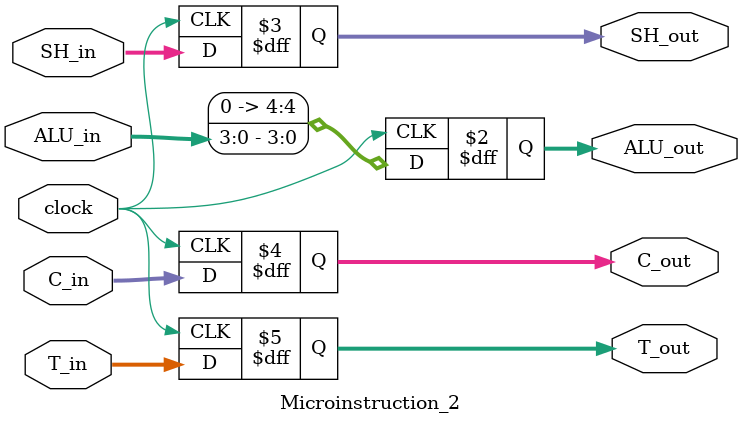
<source format=v>

module Microinstruction_2 (
	clock,
	ALU_in,
	SH_in,
	C_in,
	T_in,
	ALU_out,
	SH_out,
	C_out,
	T_out,
);

/*****************************************************************
Modulo que implementa la segunda microintrucción del pipeline,
habria que chequear que en el momento inicial no flashee cualquiera.
******************************************************************/
	input clock;
	input [3:0] 		ALU_in;
	input [1:0] 		SH_in;
	input [5:0] 		C_in;
	input [6:0] 		T_in;
	output reg [4:0] 	ALU_out;
	output reg [1:0] 	SH_out;
	output reg [5:0] 	C_out;
	output reg [6:0] 	T_out;
	

	always @(posedge clock) 
	begin
		ALU_out	=	ALU_in;
		SH_out	=	SH_in;
		C_out	=	C_in;
		T_out	=	T_in;
	end
endmodule
</source>
